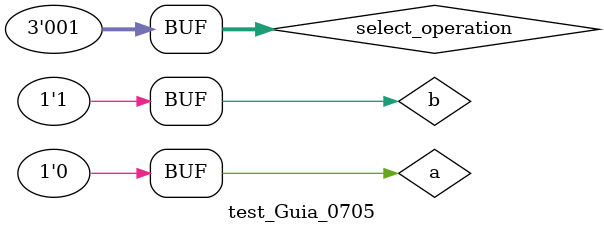
<source format=v>
module Guia_0705 (
    input a,
    input b,
    input [2:0] select_operation,
    output reg out
);

  // Declaração de fios internos
  wire not_a, not_b;
  wire and_out, nand_out, xor_out, xnor_out, or_out, nor_out;

  // Implementação das portas lógicas
  not (not_a, a);
  not (not_b, b);
  and (and_out, a, b);
  nand (nand_out, a, b);
  xor (xor_out, a, b);
  xnor (xnor_out, a, b);
  or (or_out, a, b);
  nor (nor_out, a, b);

  // Seleção da operação
  always @*
  begin
    case(select_operation)
      3'b000: out = not_a; // NOT A
      3'b001: out = not_b; // NOT B
      3'b010: out = and_out; // AND
      3'b011: out = nand_out; // NAND
      3'b100: out = xor_out; // XOR
      3'b101: out = xnor_out; // XNOR
      3'b110: out = or_out; // OR
      3'b111: out = nor_out; // NOR
      default: out = 1'bx; // Caso inválido
    endcase
  end

endmodule

module test_Guia_0705;

  reg a, b;
  reg [2:0] select_operation;
  wire out;

  // Instanciar o módulo Guia_0705
  Guia_0705 uut (a, b, select_operation, out);

  initial begin
    $display(" a b sel_op out");
    a = 1'b0; b = 1'b1; select_operation = 3'b010; // Teste com AND

    // Projetar testes do módulo
    #1 $monitor("%b %b %b %b", a, b, select_operation, out);
    #1 select_operation = 3'b100; // Teste com XOR
    #1 select_operation = 3'b111; // Teste com NOR
    #1 select_operation = 3'b000; // Teste com NOT A
    #1 select_operation = 3'b001; // Teste com NOT B
  end

endmodule

</source>
